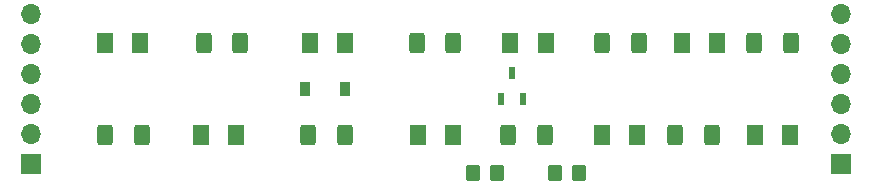
<source format=gbr>
%TF.GenerationSoftware,KiCad,Pcbnew,8.0.6*%
%TF.CreationDate,2025-02-14T22:00:12-04:00*%
%TF.ProjectId,nsec-ctf-sao-2025,6e736563-2d63-4746-962d-73616f2d3230,rev?*%
%TF.SameCoordinates,Original*%
%TF.FileFunction,Soldermask,Top*%
%TF.FilePolarity,Negative*%
%FSLAX46Y46*%
G04 Gerber Fmt 4.6, Leading zero omitted, Abs format (unit mm)*
G04 Created by KiCad (PCBNEW 8.0.6) date 2025-02-14 22:00:12*
%MOMM*%
%LPD*%
G01*
G04 APERTURE LIST*
G04 Aperture macros list*
%AMRoundRect*
0 Rectangle with rounded corners*
0 $1 Rounding radius*
0 $2 $3 $4 $5 $6 $7 $8 $9 X,Y pos of 4 corners*
0 Add a 4 corners polygon primitive as box body*
4,1,4,$2,$3,$4,$5,$6,$7,$8,$9,$2,$3,0*
0 Add four circle primitives for the rounded corners*
1,1,$1+$1,$2,$3*
1,1,$1+$1,$4,$5*
1,1,$1+$1,$6,$7*
1,1,$1+$1,$8,$9*
0 Add four rect primitives between the rounded corners*
20,1,$1+$1,$2,$3,$4,$5,0*
20,1,$1+$1,$4,$5,$6,$7,0*
20,1,$1+$1,$6,$7,$8,$9,0*
20,1,$1+$1,$8,$9,$2,$3,0*%
G04 Aperture macros list end*
%ADD10RoundRect,0.250001X0.462499X0.624999X-0.462499X0.624999X-0.462499X-0.624999X0.462499X-0.624999X0*%
%ADD11RoundRect,0.250001X-0.462499X-0.624999X0.462499X-0.624999X0.462499X0.624999X-0.462499X0.624999X0*%
%ADD12RoundRect,0.250000X-0.400000X-0.625000X0.400000X-0.625000X0.400000X0.625000X-0.400000X0.625000X0*%
%ADD13RoundRect,0.250000X0.400000X0.625000X-0.400000X0.625000X-0.400000X-0.625000X0.400000X-0.625000X0*%
%ADD14R,0.950013X1.150013*%
%ADD15R,0.532004X1.037490*%
%ADD16RoundRect,0.250000X-0.350000X-0.450000X0.350000X-0.450000X0.350000X0.450000X-0.350000X0.450000X0*%
%ADD17R,1.700000X1.700000*%
%ADD18O,1.700000X1.700000*%
G04 APERTURE END LIST*
D10*
%TO.C,D5*%
X121237500Y-89000000D03*
X118262500Y-89000000D03*
%TD*%
%TO.C,D2*%
X95062500Y-96750000D03*
X92087500Y-96750000D03*
%TD*%
D11*
%TO.C,D3*%
X101262500Y-89000000D03*
X104237500Y-89000000D03*
%TD*%
D12*
%TO.C,R2*%
X92275000Y-89000000D03*
X95375000Y-89000000D03*
%TD*%
D13*
%TO.C,R4*%
X113425000Y-88987500D03*
X110325000Y-88987500D03*
%TD*%
%TO.C,R6*%
X129125000Y-89000000D03*
X126025000Y-89000000D03*
%TD*%
%TO.C,R7*%
X135300000Y-96750000D03*
X132200000Y-96750000D03*
%TD*%
D14*
%TO.C,D10*%
X104267405Y-92825000D03*
X100882595Y-92825000D03*
%TD*%
D13*
%TO.C,R3*%
X104250000Y-96750000D03*
X101150000Y-96750000D03*
%TD*%
D10*
%TO.C,D1*%
X86932500Y-89000000D03*
X83957500Y-89000000D03*
%TD*%
D15*
%TO.C,U1*%
X117450038Y-93701346D03*
X119349962Y-93701346D03*
X118400000Y-91498654D03*
%TD*%
D11*
%TO.C,D7*%
X132762500Y-89000000D03*
X135737500Y-89000000D03*
%TD*%
%TO.C,D4*%
X110450000Y-96750000D03*
X113425000Y-96750000D03*
%TD*%
D13*
%TO.C,R8*%
X142000000Y-89000000D03*
X138900000Y-89000000D03*
%TD*%
D16*
%TO.C,R9*%
X122050000Y-100000000D03*
X124050000Y-100000000D03*
%TD*%
D12*
%TO.C,R1*%
X83950000Y-96750000D03*
X87050000Y-96750000D03*
%TD*%
D16*
%TO.C,R10*%
X115125000Y-100000000D03*
X117125000Y-100000000D03*
%TD*%
D12*
%TO.C,R5*%
X118075000Y-96750000D03*
X121175000Y-96750000D03*
%TD*%
D11*
%TO.C,D8*%
X138987500Y-96750000D03*
X141962500Y-96750000D03*
%TD*%
%TO.C,D6*%
X126012500Y-96750000D03*
X128987500Y-96750000D03*
%TD*%
D17*
%TO.C,J1*%
X77650000Y-99200000D03*
D18*
X77650000Y-96660000D03*
X77650000Y-94120000D03*
X77650000Y-91580000D03*
X77650000Y-89040000D03*
X77650000Y-86500000D03*
%TD*%
D17*
%TO.C,J2*%
X146225000Y-99200000D03*
D18*
X146225000Y-96660000D03*
X146225000Y-94120000D03*
X146225000Y-91580000D03*
X146225000Y-89040000D03*
X146225000Y-86500000D03*
%TD*%
M02*

</source>
